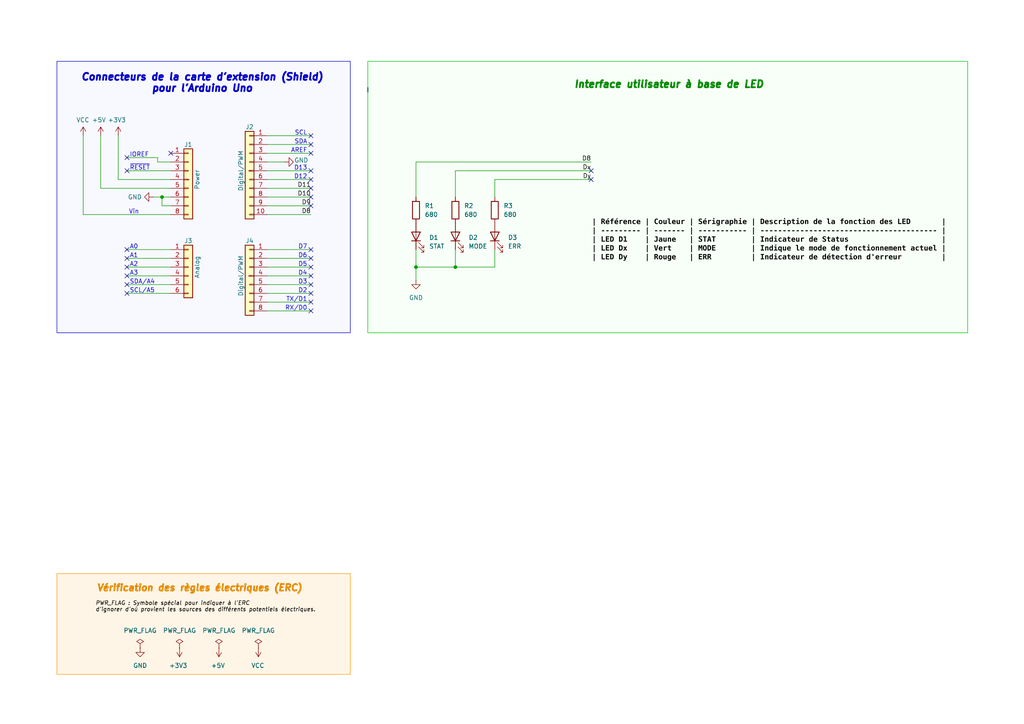
<source format=kicad_sch>
(kicad_sch
	(version 20250114)
	(generator "eeschema")
	(generator_version "9.0")
	(uuid "e63e39d7-6ac0-4ffd-8aa3-1841a4541b55")
	(paper "A4")
	(title_block
		(title "KiCad Shield UNO 4 LED")
		(date "2024-09-01")
		(rev "1.0.0")
		(company "CNRS - Réseau des Electroniciens et Instrumentalistes (RdE)")
		(comment 1 "Arnauld BIGANZOLI <biganzoli@laplace.univ-tlse.fr>")
		(comment 2 "Opérateur CAO :")
		(comment 4 "Réalisation d'une shield 4 LED pour Arduino Uno")
	)
	(lib_symbols
		(symbol "Connector_Generic:Conn_01x06"
			(pin_names
				(offset 1.016)
				(hide yes)
			)
			(exclude_from_sim no)
			(in_bom yes)
			(on_board yes)
			(property "Reference" "J"
				(at 0 7.62 0)
				(effects
					(font
						(size 1.27 1.27)
					)
				)
			)
			(property "Value" "Conn_01x06"
				(at 0 -10.16 0)
				(effects
					(font
						(size 1.27 1.27)
					)
				)
			)
			(property "Footprint" ""
				(at 0 0 0)
				(effects
					(font
						(size 1.27 1.27)
					)
					(hide yes)
				)
			)
			(property "Datasheet" "~"
				(at 0 0 0)
				(effects
					(font
						(size 1.27 1.27)
					)
					(hide yes)
				)
			)
			(property "Description" "Generic connector, single row, 01x06, script generated (kicad-library-utils/schlib/autogen/connector/)"
				(at 0 0 0)
				(effects
					(font
						(size 1.27 1.27)
					)
					(hide yes)
				)
			)
			(property "ki_keywords" "connector"
				(at 0 0 0)
				(effects
					(font
						(size 1.27 1.27)
					)
					(hide yes)
				)
			)
			(property "ki_fp_filters" "Connector*:*_1x??_*"
				(at 0 0 0)
				(effects
					(font
						(size 1.27 1.27)
					)
					(hide yes)
				)
			)
			(symbol "Conn_01x06_1_1"
				(rectangle
					(start -1.27 6.35)
					(end 1.27 -8.89)
					(stroke
						(width 0.254)
						(type default)
					)
					(fill
						(type background)
					)
				)
				(rectangle
					(start -1.27 5.207)
					(end 0 4.953)
					(stroke
						(width 0.1524)
						(type default)
					)
					(fill
						(type none)
					)
				)
				(rectangle
					(start -1.27 2.667)
					(end 0 2.413)
					(stroke
						(width 0.1524)
						(type default)
					)
					(fill
						(type none)
					)
				)
				(rectangle
					(start -1.27 0.127)
					(end 0 -0.127)
					(stroke
						(width 0.1524)
						(type default)
					)
					(fill
						(type none)
					)
				)
				(rectangle
					(start -1.27 -2.413)
					(end 0 -2.667)
					(stroke
						(width 0.1524)
						(type default)
					)
					(fill
						(type none)
					)
				)
				(rectangle
					(start -1.27 -4.953)
					(end 0 -5.207)
					(stroke
						(width 0.1524)
						(type default)
					)
					(fill
						(type none)
					)
				)
				(rectangle
					(start -1.27 -7.493)
					(end 0 -7.747)
					(stroke
						(width 0.1524)
						(type default)
					)
					(fill
						(type none)
					)
				)
				(pin passive line
					(at -5.08 5.08 0)
					(length 3.81)
					(name "Pin_1"
						(effects
							(font
								(size 1.27 1.27)
							)
						)
					)
					(number "1"
						(effects
							(font
								(size 1.27 1.27)
							)
						)
					)
				)
				(pin passive line
					(at -5.08 2.54 0)
					(length 3.81)
					(name "Pin_2"
						(effects
							(font
								(size 1.27 1.27)
							)
						)
					)
					(number "2"
						(effects
							(font
								(size 1.27 1.27)
							)
						)
					)
				)
				(pin passive line
					(at -5.08 0 0)
					(length 3.81)
					(name "Pin_3"
						(effects
							(font
								(size 1.27 1.27)
							)
						)
					)
					(number "3"
						(effects
							(font
								(size 1.27 1.27)
							)
						)
					)
				)
				(pin passive line
					(at -5.08 -2.54 0)
					(length 3.81)
					(name "Pin_4"
						(effects
							(font
								(size 1.27 1.27)
							)
						)
					)
					(number "4"
						(effects
							(font
								(size 1.27 1.27)
							)
						)
					)
				)
				(pin passive line
					(at -5.08 -5.08 0)
					(length 3.81)
					(name "Pin_5"
						(effects
							(font
								(size 1.27 1.27)
							)
						)
					)
					(number "5"
						(effects
							(font
								(size 1.27 1.27)
							)
						)
					)
				)
				(pin passive line
					(at -5.08 -7.62 0)
					(length 3.81)
					(name "Pin_6"
						(effects
							(font
								(size 1.27 1.27)
							)
						)
					)
					(number "6"
						(effects
							(font
								(size 1.27 1.27)
							)
						)
					)
				)
			)
			(embedded_fonts no)
		)
		(symbol "Connector_Generic:Conn_01x08"
			(pin_names
				(offset 1.016)
				(hide yes)
			)
			(exclude_from_sim no)
			(in_bom yes)
			(on_board yes)
			(property "Reference" "J"
				(at 0 10.16 0)
				(effects
					(font
						(size 1.27 1.27)
					)
				)
			)
			(property "Value" "Conn_01x08"
				(at 0 -12.7 0)
				(effects
					(font
						(size 1.27 1.27)
					)
				)
			)
			(property "Footprint" ""
				(at 0 0 0)
				(effects
					(font
						(size 1.27 1.27)
					)
					(hide yes)
				)
			)
			(property "Datasheet" "~"
				(at 0 0 0)
				(effects
					(font
						(size 1.27 1.27)
					)
					(hide yes)
				)
			)
			(property "Description" "Generic connector, single row, 01x08, script generated (kicad-library-utils/schlib/autogen/connector/)"
				(at 0 0 0)
				(effects
					(font
						(size 1.27 1.27)
					)
					(hide yes)
				)
			)
			(property "ki_keywords" "connector"
				(at 0 0 0)
				(effects
					(font
						(size 1.27 1.27)
					)
					(hide yes)
				)
			)
			(property "ki_fp_filters" "Connector*:*_1x??_*"
				(at 0 0 0)
				(effects
					(font
						(size 1.27 1.27)
					)
					(hide yes)
				)
			)
			(symbol "Conn_01x08_1_1"
				(rectangle
					(start -1.27 8.89)
					(end 1.27 -11.43)
					(stroke
						(width 0.254)
						(type default)
					)
					(fill
						(type background)
					)
				)
				(rectangle
					(start -1.27 7.747)
					(end 0 7.493)
					(stroke
						(width 0.1524)
						(type default)
					)
					(fill
						(type none)
					)
				)
				(rectangle
					(start -1.27 5.207)
					(end 0 4.953)
					(stroke
						(width 0.1524)
						(type default)
					)
					(fill
						(type none)
					)
				)
				(rectangle
					(start -1.27 2.667)
					(end 0 2.413)
					(stroke
						(width 0.1524)
						(type default)
					)
					(fill
						(type none)
					)
				)
				(rectangle
					(start -1.27 0.127)
					(end 0 -0.127)
					(stroke
						(width 0.1524)
						(type default)
					)
					(fill
						(type none)
					)
				)
				(rectangle
					(start -1.27 -2.413)
					(end 0 -2.667)
					(stroke
						(width 0.1524)
						(type default)
					)
					(fill
						(type none)
					)
				)
				(rectangle
					(start -1.27 -4.953)
					(end 0 -5.207)
					(stroke
						(width 0.1524)
						(type default)
					)
					(fill
						(type none)
					)
				)
				(rectangle
					(start -1.27 -7.493)
					(end 0 -7.747)
					(stroke
						(width 0.1524)
						(type default)
					)
					(fill
						(type none)
					)
				)
				(rectangle
					(start -1.27 -10.033)
					(end 0 -10.287)
					(stroke
						(width 0.1524)
						(type default)
					)
					(fill
						(type none)
					)
				)
				(pin passive line
					(at -5.08 7.62 0)
					(length 3.81)
					(name "Pin_1"
						(effects
							(font
								(size 1.27 1.27)
							)
						)
					)
					(number "1"
						(effects
							(font
								(size 1.27 1.27)
							)
						)
					)
				)
				(pin passive line
					(at -5.08 5.08 0)
					(length 3.81)
					(name "Pin_2"
						(effects
							(font
								(size 1.27 1.27)
							)
						)
					)
					(number "2"
						(effects
							(font
								(size 1.27 1.27)
							)
						)
					)
				)
				(pin passive line
					(at -5.08 2.54 0)
					(length 3.81)
					(name "Pin_3"
						(effects
							(font
								(size 1.27 1.27)
							)
						)
					)
					(number "3"
						(effects
							(font
								(size 1.27 1.27)
							)
						)
					)
				)
				(pin passive line
					(at -5.08 0 0)
					(length 3.81)
					(name "Pin_4"
						(effects
							(font
								(size 1.27 1.27)
							)
						)
					)
					(number "4"
						(effects
							(font
								(size 1.27 1.27)
							)
						)
					)
				)
				(pin passive line
					(at -5.08 -2.54 0)
					(length 3.81)
					(name "Pin_5"
						(effects
							(font
								(size 1.27 1.27)
							)
						)
					)
					(number "5"
						(effects
							(font
								(size 1.27 1.27)
							)
						)
					)
				)
				(pin passive line
					(at -5.08 -5.08 0)
					(length 3.81)
					(name "Pin_6"
						(effects
							(font
								(size 1.27 1.27)
							)
						)
					)
					(number "6"
						(effects
							(font
								(size 1.27 1.27)
							)
						)
					)
				)
				(pin passive line
					(at -5.08 -7.62 0)
					(length 3.81)
					(name "Pin_7"
						(effects
							(font
								(size 1.27 1.27)
							)
						)
					)
					(number "7"
						(effects
							(font
								(size 1.27 1.27)
							)
						)
					)
				)
				(pin passive line
					(at -5.08 -10.16 0)
					(length 3.81)
					(name "Pin_8"
						(effects
							(font
								(size 1.27 1.27)
							)
						)
					)
					(number "8"
						(effects
							(font
								(size 1.27 1.27)
							)
						)
					)
				)
			)
			(embedded_fonts no)
		)
		(symbol "Connector_Generic:Conn_01x10"
			(pin_names
				(offset 1.016)
				(hide yes)
			)
			(exclude_from_sim no)
			(in_bom yes)
			(on_board yes)
			(property "Reference" "J"
				(at 0 12.7 0)
				(effects
					(font
						(size 1.27 1.27)
					)
				)
			)
			(property "Value" "Conn_01x10"
				(at 0 -15.24 0)
				(effects
					(font
						(size 1.27 1.27)
					)
				)
			)
			(property "Footprint" ""
				(at 0 0 0)
				(effects
					(font
						(size 1.27 1.27)
					)
					(hide yes)
				)
			)
			(property "Datasheet" "~"
				(at 0 0 0)
				(effects
					(font
						(size 1.27 1.27)
					)
					(hide yes)
				)
			)
			(property "Description" "Generic connector, single row, 01x10, script generated (kicad-library-utils/schlib/autogen/connector/)"
				(at 0 0 0)
				(effects
					(font
						(size 1.27 1.27)
					)
					(hide yes)
				)
			)
			(property "ki_keywords" "connector"
				(at 0 0 0)
				(effects
					(font
						(size 1.27 1.27)
					)
					(hide yes)
				)
			)
			(property "ki_fp_filters" "Connector*:*_1x??_*"
				(at 0 0 0)
				(effects
					(font
						(size 1.27 1.27)
					)
					(hide yes)
				)
			)
			(symbol "Conn_01x10_1_1"
				(rectangle
					(start -1.27 11.43)
					(end 1.27 -13.97)
					(stroke
						(width 0.254)
						(type default)
					)
					(fill
						(type background)
					)
				)
				(rectangle
					(start -1.27 10.287)
					(end 0 10.033)
					(stroke
						(width 0.1524)
						(type default)
					)
					(fill
						(type none)
					)
				)
				(rectangle
					(start -1.27 7.747)
					(end 0 7.493)
					(stroke
						(width 0.1524)
						(type default)
					)
					(fill
						(type none)
					)
				)
				(rectangle
					(start -1.27 5.207)
					(end 0 4.953)
					(stroke
						(width 0.1524)
						(type default)
					)
					(fill
						(type none)
					)
				)
				(rectangle
					(start -1.27 2.667)
					(end 0 2.413)
					(stroke
						(width 0.1524)
						(type default)
					)
					(fill
						(type none)
					)
				)
				(rectangle
					(start -1.27 0.127)
					(end 0 -0.127)
					(stroke
						(width 0.1524)
						(type default)
					)
					(fill
						(type none)
					)
				)
				(rectangle
					(start -1.27 -2.413)
					(end 0 -2.667)
					(stroke
						(width 0.1524)
						(type default)
					)
					(fill
						(type none)
					)
				)
				(rectangle
					(start -1.27 -4.953)
					(end 0 -5.207)
					(stroke
						(width 0.1524)
						(type default)
					)
					(fill
						(type none)
					)
				)
				(rectangle
					(start -1.27 -7.493)
					(end 0 -7.747)
					(stroke
						(width 0.1524)
						(type default)
					)
					(fill
						(type none)
					)
				)
				(rectangle
					(start -1.27 -10.033)
					(end 0 -10.287)
					(stroke
						(width 0.1524)
						(type default)
					)
					(fill
						(type none)
					)
				)
				(rectangle
					(start -1.27 -12.573)
					(end 0 -12.827)
					(stroke
						(width 0.1524)
						(type default)
					)
					(fill
						(type none)
					)
				)
				(pin passive line
					(at -5.08 10.16 0)
					(length 3.81)
					(name "Pin_1"
						(effects
							(font
								(size 1.27 1.27)
							)
						)
					)
					(number "1"
						(effects
							(font
								(size 1.27 1.27)
							)
						)
					)
				)
				(pin passive line
					(at -5.08 7.62 0)
					(length 3.81)
					(name "Pin_2"
						(effects
							(font
								(size 1.27 1.27)
							)
						)
					)
					(number "2"
						(effects
							(font
								(size 1.27 1.27)
							)
						)
					)
				)
				(pin passive line
					(at -5.08 5.08 0)
					(length 3.81)
					(name "Pin_3"
						(effects
							(font
								(size 1.27 1.27)
							)
						)
					)
					(number "3"
						(effects
							(font
								(size 1.27 1.27)
							)
						)
					)
				)
				(pin passive line
					(at -5.08 2.54 0)
					(length 3.81)
					(name "Pin_4"
						(effects
							(font
								(size 1.27 1.27)
							)
						)
					)
					(number "4"
						(effects
							(font
								(size 1.27 1.27)
							)
						)
					)
				)
				(pin passive line
					(at -5.08 0 0)
					(length 3.81)
					(name "Pin_5"
						(effects
							(font
								(size 1.27 1.27)
							)
						)
					)
					(number "5"
						(effects
							(font
								(size 1.27 1.27)
							)
						)
					)
				)
				(pin passive line
					(at -5.08 -2.54 0)
					(length 3.81)
					(name "Pin_6"
						(effects
							(font
								(size 1.27 1.27)
							)
						)
					)
					(number "6"
						(effects
							(font
								(size 1.27 1.27)
							)
						)
					)
				)
				(pin passive line
					(at -5.08 -5.08 0)
					(length 3.81)
					(name "Pin_7"
						(effects
							(font
								(size 1.27 1.27)
							)
						)
					)
					(number "7"
						(effects
							(font
								(size 1.27 1.27)
							)
						)
					)
				)
				(pin passive line
					(at -5.08 -7.62 0)
					(length 3.81)
					(name "Pin_8"
						(effects
							(font
								(size 1.27 1.27)
							)
						)
					)
					(number "8"
						(effects
							(font
								(size 1.27 1.27)
							)
						)
					)
				)
				(pin passive line
					(at -5.08 -10.16 0)
					(length 3.81)
					(name "Pin_9"
						(effects
							(font
								(size 1.27 1.27)
							)
						)
					)
					(number "9"
						(effects
							(font
								(size 1.27 1.27)
							)
						)
					)
				)
				(pin passive line
					(at -5.08 -12.7 0)
					(length 3.81)
					(name "Pin_10"
						(effects
							(font
								(size 1.27 1.27)
							)
						)
					)
					(number "10"
						(effects
							(font
								(size 1.27 1.27)
							)
						)
					)
				)
			)
			(embedded_fonts no)
		)
		(symbol "Device:LED"
			(pin_numbers
				(hide yes)
			)
			(pin_names
				(offset 1.016)
				(hide yes)
			)
			(exclude_from_sim no)
			(in_bom yes)
			(on_board yes)
			(property "Reference" "D"
				(at 0 2.54 0)
				(effects
					(font
						(size 1.27 1.27)
					)
				)
			)
			(property "Value" "LED"
				(at 0 -2.54 0)
				(effects
					(font
						(size 1.27 1.27)
					)
				)
			)
			(property "Footprint" ""
				(at 0 0 0)
				(effects
					(font
						(size 1.27 1.27)
					)
					(hide yes)
				)
			)
			(property "Datasheet" "~"
				(at 0 0 0)
				(effects
					(font
						(size 1.27 1.27)
					)
					(hide yes)
				)
			)
			(property "Description" "Light emitting diode"
				(at 0 0 0)
				(effects
					(font
						(size 1.27 1.27)
					)
					(hide yes)
				)
			)
			(property "Sim.Pins" "1=K 2=A"
				(at 0 0 0)
				(effects
					(font
						(size 1.27 1.27)
					)
					(hide yes)
				)
			)
			(property "ki_keywords" "LED diode"
				(at 0 0 0)
				(effects
					(font
						(size 1.27 1.27)
					)
					(hide yes)
				)
			)
			(property "ki_fp_filters" "LED* LED_SMD:* LED_THT:*"
				(at 0 0 0)
				(effects
					(font
						(size 1.27 1.27)
					)
					(hide yes)
				)
			)
			(symbol "LED_0_1"
				(polyline
					(pts
						(xy -3.048 -0.762) (xy -4.572 -2.286) (xy -3.81 -2.286) (xy -4.572 -2.286) (xy -4.572 -1.524)
					)
					(stroke
						(width 0)
						(type default)
					)
					(fill
						(type none)
					)
				)
				(polyline
					(pts
						(xy -1.778 -0.762) (xy -3.302 -2.286) (xy -2.54 -2.286) (xy -3.302 -2.286) (xy -3.302 -1.524)
					)
					(stroke
						(width 0)
						(type default)
					)
					(fill
						(type none)
					)
				)
				(polyline
					(pts
						(xy -1.27 0) (xy 1.27 0)
					)
					(stroke
						(width 0)
						(type default)
					)
					(fill
						(type none)
					)
				)
				(polyline
					(pts
						(xy -1.27 -1.27) (xy -1.27 1.27)
					)
					(stroke
						(width 0.254)
						(type default)
					)
					(fill
						(type none)
					)
				)
				(polyline
					(pts
						(xy 1.27 -1.27) (xy 1.27 1.27) (xy -1.27 0) (xy 1.27 -1.27)
					)
					(stroke
						(width 0.254)
						(type default)
					)
					(fill
						(type none)
					)
				)
			)
			(symbol "LED_1_1"
				(pin passive line
					(at -3.81 0 0)
					(length 2.54)
					(name "K"
						(effects
							(font
								(size 1.27 1.27)
							)
						)
					)
					(number "1"
						(effects
							(font
								(size 1.27 1.27)
							)
						)
					)
				)
				(pin passive line
					(at 3.81 0 180)
					(length 2.54)
					(name "A"
						(effects
							(font
								(size 1.27 1.27)
							)
						)
					)
					(number "2"
						(effects
							(font
								(size 1.27 1.27)
							)
						)
					)
				)
			)
			(embedded_fonts no)
		)
		(symbol "Device:R"
			(pin_numbers
				(hide yes)
			)
			(pin_names
				(offset 0)
			)
			(exclude_from_sim no)
			(in_bom yes)
			(on_board yes)
			(property "Reference" "R"
				(at 2.032 0 90)
				(effects
					(font
						(size 1.27 1.27)
					)
				)
			)
			(property "Value" "R"
				(at 0 0 90)
				(effects
					(font
						(size 1.27 1.27)
					)
				)
			)
			(property "Footprint" ""
				(at -1.778 0 90)
				(effects
					(font
						(size 1.27 1.27)
					)
					(hide yes)
				)
			)
			(property "Datasheet" "~"
				(at 0 0 0)
				(effects
					(font
						(size 1.27 1.27)
					)
					(hide yes)
				)
			)
			(property "Description" "Resistor"
				(at 0 0 0)
				(effects
					(font
						(size 1.27 1.27)
					)
					(hide yes)
				)
			)
			(property "ki_keywords" "R res resistor"
				(at 0 0 0)
				(effects
					(font
						(size 1.27 1.27)
					)
					(hide yes)
				)
			)
			(property "ki_fp_filters" "R_*"
				(at 0 0 0)
				(effects
					(font
						(size 1.27 1.27)
					)
					(hide yes)
				)
			)
			(symbol "R_0_1"
				(rectangle
					(start -1.016 -2.54)
					(end 1.016 2.54)
					(stroke
						(width 0.254)
						(type default)
					)
					(fill
						(type none)
					)
				)
			)
			(symbol "R_1_1"
				(pin passive line
					(at 0 3.81 270)
					(length 1.27)
					(name "~"
						(effects
							(font
								(size 1.27 1.27)
							)
						)
					)
					(number "1"
						(effects
							(font
								(size 1.27 1.27)
							)
						)
					)
				)
				(pin passive line
					(at 0 -3.81 90)
					(length 1.27)
					(name "~"
						(effects
							(font
								(size 1.27 1.27)
							)
						)
					)
					(number "2"
						(effects
							(font
								(size 1.27 1.27)
							)
						)
					)
				)
			)
			(embedded_fonts no)
		)
		(symbol "power:+3V3"
			(power)
			(pin_numbers
				(hide yes)
			)
			(pin_names
				(offset 0)
				(hide yes)
			)
			(exclude_from_sim no)
			(in_bom yes)
			(on_board yes)
			(property "Reference" "#PWR"
				(at 0 -3.81 0)
				(effects
					(font
						(size 1.27 1.27)
					)
					(hide yes)
				)
			)
			(property "Value" "+3V3"
				(at 0 3.556 0)
				(effects
					(font
						(size 1.27 1.27)
					)
				)
			)
			(property "Footprint" ""
				(at 0 0 0)
				(effects
					(font
						(size 1.27 1.27)
					)
					(hide yes)
				)
			)
			(property "Datasheet" ""
				(at 0 0 0)
				(effects
					(font
						(size 1.27 1.27)
					)
					(hide yes)
				)
			)
			(property "Description" "Power symbol creates a global label with name \"+3V3\""
				(at 0 0 0)
				(effects
					(font
						(size 1.27 1.27)
					)
					(hide yes)
				)
			)
			(property "ki_keywords" "global power"
				(at 0 0 0)
				(effects
					(font
						(size 1.27 1.27)
					)
					(hide yes)
				)
			)
			(symbol "+3V3_0_1"
				(polyline
					(pts
						(xy -0.762 1.27) (xy 0 2.54)
					)
					(stroke
						(width 0)
						(type default)
					)
					(fill
						(type none)
					)
				)
				(polyline
					(pts
						(xy 0 2.54) (xy 0.762 1.27)
					)
					(stroke
						(width 0)
						(type default)
					)
					(fill
						(type none)
					)
				)
				(polyline
					(pts
						(xy 0 0) (xy 0 2.54)
					)
					(stroke
						(width 0)
						(type default)
					)
					(fill
						(type none)
					)
				)
			)
			(symbol "+3V3_1_1"
				(pin power_in line
					(at 0 0 90)
					(length 0)
					(name "~"
						(effects
							(font
								(size 1.27 1.27)
							)
						)
					)
					(number "1"
						(effects
							(font
								(size 1.27 1.27)
							)
						)
					)
				)
			)
			(embedded_fonts no)
		)
		(symbol "power:+5V"
			(power)
			(pin_numbers
				(hide yes)
			)
			(pin_names
				(offset 0)
				(hide yes)
			)
			(exclude_from_sim no)
			(in_bom yes)
			(on_board yes)
			(property "Reference" "#PWR"
				(at 0 -3.81 0)
				(effects
					(font
						(size 1.27 1.27)
					)
					(hide yes)
				)
			)
			(property "Value" "+5V"
				(at 0 3.556 0)
				(effects
					(font
						(size 1.27 1.27)
					)
				)
			)
			(property "Footprint" ""
				(at 0 0 0)
				(effects
					(font
						(size 1.27 1.27)
					)
					(hide yes)
				)
			)
			(property "Datasheet" ""
				(at 0 0 0)
				(effects
					(font
						(size 1.27 1.27)
					)
					(hide yes)
				)
			)
			(property "Description" "Power symbol creates a global label with name \"+5V\""
				(at 0 0 0)
				(effects
					(font
						(size 1.27 1.27)
					)
					(hide yes)
				)
			)
			(property "ki_keywords" "global power"
				(at 0 0 0)
				(effects
					(font
						(size 1.27 1.27)
					)
					(hide yes)
				)
			)
			(symbol "+5V_0_1"
				(polyline
					(pts
						(xy -0.762 1.27) (xy 0 2.54)
					)
					(stroke
						(width 0)
						(type default)
					)
					(fill
						(type none)
					)
				)
				(polyline
					(pts
						(xy 0 2.54) (xy 0.762 1.27)
					)
					(stroke
						(width 0)
						(type default)
					)
					(fill
						(type none)
					)
				)
				(polyline
					(pts
						(xy 0 0) (xy 0 2.54)
					)
					(stroke
						(width 0)
						(type default)
					)
					(fill
						(type none)
					)
				)
			)
			(symbol "+5V_1_1"
				(pin power_in line
					(at 0 0 90)
					(length 0)
					(name "~"
						(effects
							(font
								(size 1.27 1.27)
							)
						)
					)
					(number "1"
						(effects
							(font
								(size 1.27 1.27)
							)
						)
					)
				)
			)
			(embedded_fonts no)
		)
		(symbol "power:GND"
			(power)
			(pin_numbers
				(hide yes)
			)
			(pin_names
				(offset 0)
				(hide yes)
			)
			(exclude_from_sim no)
			(in_bom yes)
			(on_board yes)
			(property "Reference" "#PWR"
				(at 0 -6.35 0)
				(effects
					(font
						(size 1.27 1.27)
					)
					(hide yes)
				)
			)
			(property "Value" "GND"
				(at 0 -3.81 0)
				(effects
					(font
						(size 1.27 1.27)
					)
				)
			)
			(property "Footprint" ""
				(at 0 0 0)
				(effects
					(font
						(size 1.27 1.27)
					)
					(hide yes)
				)
			)
			(property "Datasheet" ""
				(at 0 0 0)
				(effects
					(font
						(size 1.27 1.27)
					)
					(hide yes)
				)
			)
			(property "Description" "Power symbol creates a global label with name \"GND\" , ground"
				(at 0 0 0)
				(effects
					(font
						(size 1.27 1.27)
					)
					(hide yes)
				)
			)
			(property "ki_keywords" "global power"
				(at 0 0 0)
				(effects
					(font
						(size 1.27 1.27)
					)
					(hide yes)
				)
			)
			(symbol "GND_0_1"
				(polyline
					(pts
						(xy 0 0) (xy 0 -1.27) (xy 1.27 -1.27) (xy 0 -2.54) (xy -1.27 -1.27) (xy 0 -1.27)
					)
					(stroke
						(width 0)
						(type default)
					)
					(fill
						(type none)
					)
				)
			)
			(symbol "GND_1_1"
				(pin power_in line
					(at 0 0 270)
					(length 0)
					(name "~"
						(effects
							(font
								(size 1.27 1.27)
							)
						)
					)
					(number "1"
						(effects
							(font
								(size 1.27 1.27)
							)
						)
					)
				)
			)
			(embedded_fonts no)
		)
		(symbol "power:PWR_FLAG"
			(power)
			(pin_numbers
				(hide yes)
			)
			(pin_names
				(offset 0)
				(hide yes)
			)
			(exclude_from_sim no)
			(in_bom yes)
			(on_board yes)
			(property "Reference" "#FLG"
				(at 0 1.905 0)
				(effects
					(font
						(size 1.27 1.27)
					)
					(hide yes)
				)
			)
			(property "Value" "PWR_FLAG"
				(at 0 3.81 0)
				(effects
					(font
						(size 1.27 1.27)
					)
				)
			)
			(property "Footprint" ""
				(at 0 0 0)
				(effects
					(font
						(size 1.27 1.27)
					)
					(hide yes)
				)
			)
			(property "Datasheet" "~"
				(at 0 0 0)
				(effects
					(font
						(size 1.27 1.27)
					)
					(hide yes)
				)
			)
			(property "Description" "Special symbol for telling ERC where power comes from"
				(at 0 0 0)
				(effects
					(font
						(size 1.27 1.27)
					)
					(hide yes)
				)
			)
			(property "ki_keywords" "flag power"
				(at 0 0 0)
				(effects
					(font
						(size 1.27 1.27)
					)
					(hide yes)
				)
			)
			(symbol "PWR_FLAG_0_0"
				(pin power_out line
					(at 0 0 90)
					(length 0)
					(name "~"
						(effects
							(font
								(size 1.27 1.27)
							)
						)
					)
					(number "1"
						(effects
							(font
								(size 1.27 1.27)
							)
						)
					)
				)
			)
			(symbol "PWR_FLAG_0_1"
				(polyline
					(pts
						(xy 0 0) (xy 0 1.27) (xy -1.016 1.905) (xy 0 2.54) (xy 1.016 1.905) (xy 0 1.27)
					)
					(stroke
						(width 0)
						(type default)
					)
					(fill
						(type none)
					)
				)
			)
			(embedded_fonts no)
		)
		(symbol "power:VCC"
			(power)
			(pin_numbers
				(hide yes)
			)
			(pin_names
				(offset 0)
				(hide yes)
			)
			(exclude_from_sim no)
			(in_bom yes)
			(on_board yes)
			(property "Reference" "#PWR"
				(at 0 -3.81 0)
				(effects
					(font
						(size 1.27 1.27)
					)
					(hide yes)
				)
			)
			(property "Value" "VCC"
				(at 0 3.556 0)
				(effects
					(font
						(size 1.27 1.27)
					)
				)
			)
			(property "Footprint" ""
				(at 0 0 0)
				(effects
					(font
						(size 1.27 1.27)
					)
					(hide yes)
				)
			)
			(property "Datasheet" ""
				(at 0 0 0)
				(effects
					(font
						(size 1.27 1.27)
					)
					(hide yes)
				)
			)
			(property "Description" "Power symbol creates a global label with name \"VCC\""
				(at 0 0 0)
				(effects
					(font
						(size 1.27 1.27)
					)
					(hide yes)
				)
			)
			(property "ki_keywords" "global power"
				(at 0 0 0)
				(effects
					(font
						(size 1.27 1.27)
					)
					(hide yes)
				)
			)
			(symbol "VCC_0_1"
				(polyline
					(pts
						(xy -0.762 1.27) (xy 0 2.54)
					)
					(stroke
						(width 0)
						(type default)
					)
					(fill
						(type none)
					)
				)
				(polyline
					(pts
						(xy 0 2.54) (xy 0.762 1.27)
					)
					(stroke
						(width 0)
						(type default)
					)
					(fill
						(type none)
					)
				)
				(polyline
					(pts
						(xy 0 0) (xy 0 2.54)
					)
					(stroke
						(width 0)
						(type default)
					)
					(fill
						(type none)
					)
				)
			)
			(symbol "VCC_1_1"
				(pin power_in line
					(at 0 0 90)
					(length 0)
					(name "~"
						(effects
							(font
								(size 1.27 1.27)
							)
						)
					)
					(number "1"
						(effects
							(font
								(size 1.27 1.27)
							)
						)
					)
				)
			)
			(embedded_fonts no)
		)
	)
	(rectangle
		(start 16.51 17.78)
		(end 101.6 96.52)
		(stroke
			(width 0)
			(type default)
		)
		(fill
			(type color)
			(color 0 0 255 0.03)
		)
		(uuid 4bcf2e0f-f94b-4791-aed4-31611c5dd1a3)
	)
	(rectangle
		(start 106.68 17.78)
		(end 280.67 96.52)
		(stroke
			(width 0)
			(type default)
			(color 0 194 0 1)
		)
		(fill
			(type color)
			(color 0 255 0 0.03)
		)
		(uuid 72c31ad6-f209-4bf1-9342-04efc6956c85)
	)
	(rectangle
		(start 16.51 166.37)
		(end 101.6 195.58)
		(stroke
			(width 0)
			(type default)
			(color 255 153 0 1)
		)
		(fill
			(type color)
			(color 255 153 0 0.1)
		)
		(uuid d0f0c0ac-64c8-49fd-a2d0-6a67fd238a2e)
	)
	(text "AREF"
		(exclude_from_sim no)
		(at 89.154 44.45 0)
		(effects
			(font
				(size 1.27 1.27)
			)
			(justify right bottom)
		)
		(uuid "01095b05-64f8-40f9-8d0f-cf15466c4c6a")
	)
	(text "SDA/A4"
		(exclude_from_sim no)
		(at 37.592 82.55 0)
		(effects
			(font
				(size 1.27 1.27)
			)
			(justify left bottom)
		)
		(uuid "0874cc09-608d-40e7-a98b-01199b53847c")
	)
	(text "D12"
		(exclude_from_sim no)
		(at 89.154 52.07 0)
		(effects
			(font
				(size 1.27 1.27)
			)
			(justify right bottom)
		)
		(uuid "0d4e3e9a-6a1f-43f0-b0e5-cb00ba5f9b3c")
	)
	(text "D4"
		(exclude_from_sim no)
		(at 89.154 80.01 0)
		(effects
			(font
				(size 1.27 1.27)
			)
			(justify right bottom)
		)
		(uuid "122d38d2-9e95-41cc-b4b5-d45198fb5132")
	)
	(text "~"
		(exclude_from_sim no)
		(at 81.534 53.594 0)
		(effects
			(font
				(size 1.27 1.27)
				(thickness 0.254)
				(bold yes)
			)
		)
		(uuid "17f24876-21ab-40b5-980a-15d26390d266")
	)
	(text "~{RESET}"
		(exclude_from_sim no)
		(at 37.592 49.53 0)
		(effects
			(font
				(size 1.27 1.27)
			)
			(justify left bottom)
		)
		(uuid "1962bb5f-435a-44a9-8f2c-6f1e988aee2e")
	)
	(text "RX/D0"
		(exclude_from_sim no)
		(at 89.154 90.17 0)
		(effects
			(font
				(size 1.27 1.27)
			)
			(justify right bottom)
		)
		(uuid "1c406cea-dddf-4356-a003-459f2dd185f8")
	)
	(text "TX/D1"
		(exclude_from_sim no)
		(at 89.154 87.63 0)
		(effects
			(font
				(size 1.27 1.27)
			)
			(justify right bottom)
		)
		(uuid "33558f2a-2d50-4347-87e4-7e9f0a2d1afe")
	)
	(text "D13"
		(exclude_from_sim no)
		(at 89.154 49.53 0)
		(effects
			(font
				(size 1.27 1.27)
			)
			(justify right bottom)
		)
		(uuid "35132276-ee99-413f-8afe-1ba8cae39bc2")
	)
	(text "Vin"
		(exclude_from_sim no)
		(at 37.338 62.23 0)
		(effects
			(font
				(size 1.27 1.27)
			)
			(justify left bottom)
		)
		(uuid "5d9cb693-6c00-44e9-bf6b-dbc2eae1adb0")
	)
	(text "SDA"
		(exclude_from_sim no)
		(at 89.154 41.91 0)
		(effects
			(font
				(size 1.27 1.27)
			)
			(justify right bottom)
		)
		(uuid "624f1770-7558-45d6-960a-e043e996d935")
	)
	(text "D6"
		(exclude_from_sim no)
		(at 89.154 74.93 0)
		(effects
			(font
				(size 1.27 1.27)
			)
			(justify right bottom)
		)
		(uuid "6a6fdade-a1aa-4c6d-b967-d586cfcac939")
	)
	(text "D2"
		(exclude_from_sim no)
		(at 89.154 85.09 0)
		(effects
			(font
				(size 1.27 1.27)
			)
			(justify right bottom)
		)
		(uuid "7b256cb8-be4d-4dfb-a7de-69207866d71c")
	)
	(text "A3"
		(exclude_from_sim no)
		(at 37.592 80.01 0)
		(effects
			(font
				(size 1.27 1.27)
			)
			(justify left bottom)
		)
		(uuid "81fd3177-1df3-44fe-885e-c8e1c362a0df")
	)
	(text "A2"
		(exclude_from_sim no)
		(at 37.592 77.47 0)
		(effects
			(font
				(size 1.27 1.27)
			)
			(justify left bottom)
		)
		(uuid "8362076e-72e6-4681-bd4b-725cab52e39c")
	)
	(text "Vérification des règles électriques (ERC)"
		(exclude_from_sim no)
		(at 57.912 170.688 0)
		(effects
			(font
				(size 1.905 1.905)
				(thickness 0.508)
				(bold yes)
				(italic yes)
				(color 221 133 0 1)
			)
		)
		(uuid "8474e847-bfba-4ea0-bb12-05ae0d3afcf4")
	)
	(text "Interface utilisateur à base de LED"
		(exclude_from_sim no)
		(at 194.056 24.638 0)
		(effects
			(font
				(size 2.032 2.032)
				(thickness 0.508)
				(bold yes)
				(italic yes)
				(color 0 132 0 1)
			)
		)
		(uuid "8daec32f-8b16-490a-9318-e48c06c43a47")
	)
	(text "Connecteurs de la carte d'extension (Shield)\npour l'Arduino Uno"
		(exclude_from_sim no)
		(at 58.674 24.13 0)
		(effects
			(font
				(size 2.032 2.032)
				(thickness 0.508)
				(bold yes)
				(italic yes)
			)
		)
		(uuid "9db83a55-344d-4fa1-bb99-06a524903ba6")
	)
	(text "D3"
		(exclude_from_sim no)
		(at 89.154 82.55 0)
		(effects
			(font
				(size 1.27 1.27)
			)
			(justify right bottom)
		)
		(uuid "a4af8bde-1b5c-470c-b28b-e43b771de581")
	)
	(text "D7"
		(exclude_from_sim no)
		(at 89.154 72.39 0)
		(effects
			(font
				(size 1.27 1.27)
			)
			(justify right bottom)
		)
		(uuid "b235efeb-65d7-4eff-8173-97bc86c0b429")
	)
	(text "| Référence | Couleur | Sérigraphie | Description de la fonction des LED       |\n| --------- | ------- | ----------- | ---------------------------------------- |\n| LED D1    | Jaune   | STAT        | Indicateur de Status                     |\n| LED Dx    | Vert    | MODE        | Indique le mode de fonctionnement actuel |\n| LED Dy    | Rouge   | ERR         | Indicateur de détection d'erreur         |"
		(exclude_from_sim no)
		(at 171.704 70.104 0)
		(effects
			(font
				(face "Courier New")
				(size 1.524 1.524)
				(thickness 0.3048)
				(bold yes)
				(color 0 0 0 1)
			)
			(justify left)
		)
		(uuid "b4378cc6-aeb7-4b3b-807b-7e8f18fd9479")
	)
	(text "D5"
		(exclude_from_sim no)
		(at 89.154 77.47 0)
		(effects
			(font
				(size 1.27 1.27)
			)
			(justify right bottom)
		)
		(uuid "c1123591-5e3d-4de6-945d-0066fb5dc18f")
	)
	(text "A1"
		(exclude_from_sim no)
		(at 37.592 74.93 0)
		(effects
			(font
				(size 1.27 1.27)
			)
			(justify left bottom)
		)
		(uuid "c1e9e555-63fc-420b-b4b1-ff343a3e2c8a")
	)
	(text "SCL/A5"
		(exclude_from_sim no)
		(at 37.592 85.09 0)
		(effects
			(font
				(size 1.27 1.27)
			)
			(justify left bottom)
		)
		(uuid "d628a28e-1df9-4a8a-bb4b-6b9fc932b0ed")
	)
	(text "SCL"
		(exclude_from_sim no)
		(at 89.154 39.37 0)
		(effects
			(font
				(size 1.27 1.27)
			)
			(justify right bottom)
		)
		(uuid "da098e6c-c6fe-4feb-b6da-f4bfa4001333")
	)
	(text "IOREF"
		(exclude_from_sim no)
		(at 37.592 45.72 0)
		(effects
			(font
				(size 1.27 1.27)
			)
			(justify left bottom)
		)
		(uuid "f459addb-d21d-48c0-bb45-f541f2d2aca4")
	)
	(text "A0"
		(exclude_from_sim no)
		(at 37.592 72.39 0)
		(effects
			(font
				(size 1.27 1.27)
			)
			(justify left bottom)
		)
		(uuid "f62867fc-8633-4291-9422-69d26fbcb4f1")
	)
	(text "PWR_FLAG : Symbole spécial pour indiquer à l'ERC\nd'ignorer d'où provient les sources des différents potentiels électriques."
		(exclude_from_sim no)
		(at 27.686 176.022 0)
		(effects
			(font
				(size 1.143 1.143)
				(italic yes)
				(color 0 0 0 1)
			)
			(justify left)
		)
		(uuid "fa23a90a-2f1a-4361-91ca-703e32f3735d")
	)
	(junction
		(at 46.99 57.15)
		(diameter 0)
		(color 0 0 0 0)
		(uuid "15a200ff-5710-4041-a774-7f44cfad1a3f")
	)
	(junction
		(at 120.65 77.47)
		(diameter 0)
		(color 0 0 0 0)
		(uuid "34446753-ef04-45ef-985b-dbb3c87a4852")
	)
	(junction
		(at 132.08 77.47)
		(diameter 0)
		(color 0 0 0 0)
		(uuid "7594bdd8-8d76-499a-a651-6cdb7a0a39a3")
	)
	(no_connect
		(at 90.17 77.47)
		(uuid "04e1eb50-0b77-428c-90eb-31e50c0084f0")
	)
	(no_connect
		(at 90.17 59.69)
		(uuid "059afb75-c097-4088-bbd6-cb7aa8665db6")
	)
	(no_connect
		(at 90.17 39.37)
		(uuid "0fcfb760-c3c4-4f19-b08e-66723745b1de")
	)
	(no_connect
		(at 171.45 52.07)
		(uuid "1548a7b3-6c9b-40c9-8c5d-cddb9913638b")
	)
	(no_connect
		(at 90.17 72.39)
		(uuid "155ae7b8-3aad-4605-b079-0de17c8777b5")
	)
	(no_connect
		(at 36.83 49.53)
		(uuid "1b36895d-34cf-459b-bc48-f9c03928a7a1")
	)
	(no_connect
		(at 36.83 72.39)
		(uuid "3b18aa18-3eca-46a6-b9fa-d3d0ec0f2703")
	)
	(no_connect
		(at 36.83 74.93)
		(uuid "4a6a0e7c-ff1f-43e2-8e1f-2964498c2be5")
	)
	(no_connect
		(at 90.17 90.17)
		(uuid "54d6b18b-e19a-4f7e-b8c5-bae66356d092")
	)
	(no_connect
		(at 90.17 85.09)
		(uuid "564d9034-dadf-464c-964a-498be23c97cb")
	)
	(no_connect
		(at 90.17 52.07)
		(uuid "5d17826d-5df2-48fa-8095-8a9585784132")
	)
	(no_connect
		(at 90.17 87.63)
		(uuid "62508ad5-e0f3-470e-8808-e0bf0be46744")
	)
	(no_connect
		(at 90.17 44.45)
		(uuid "69c05483-a412-4fad-84f2-0513b35079e1")
	)
	(no_connect
		(at 90.17 49.53)
		(uuid "6b77a6eb-2408-4333-8277-44d70a7cabf5")
	)
	(no_connect
		(at 90.17 54.61)
		(uuid "8c2a2cbc-3c5d-42d3-ba1f-193f766e4f86")
	)
	(no_connect
		(at 90.17 82.55)
		(uuid "8d453aad-c485-4cbc-ba39-fbca2d936872")
	)
	(no_connect
		(at 90.17 41.91)
		(uuid "b4e24044-e742-4dae-93cb-eb139c84b9c2")
	)
	(no_connect
		(at 90.17 80.01)
		(uuid "b76c87af-0b6d-47bc-8034-ce6f2669c90a")
	)
	(no_connect
		(at 36.83 45.72)
		(uuid "c0509571-2b54-47c8-8c4e-ad7d0a8f8a0f")
	)
	(no_connect
		(at 171.45 49.53)
		(uuid "c1974f62-9892-4432-9365-534df3002816")
	)
	(no_connect
		(at 36.83 85.09)
		(uuid "c6ad540b-d2b5-4794-be2e-eb667424e82f")
	)
	(no_connect
		(at 36.83 82.55)
		(uuid "cb7932fe-92af-441b-8d91-47777362f71d")
	)
	(no_connect
		(at 90.17 57.15)
		(uuid "cc228d24-5812-43ad-a185-7c4aa5589b70")
	)
	(no_connect
		(at 49.53 44.45)
		(uuid "d181157c-7812-47e5-a0cf-9580c905fc86")
	)
	(no_connect
		(at 90.17 74.93)
		(uuid "d221a07b-1871-43ea-a81d-d8a680e449e5")
	)
	(no_connect
		(at 36.83 77.47)
		(uuid "d44af39a-7330-4dc8-9c54-f055a25d92ff")
	)
	(no_connect
		(at 36.83 80.01)
		(uuid "ed022ee2-cbb9-49e7-baa4-38638b7da7e1")
	)
	(wire
		(pts
			(xy 77.47 90.17) (xy 90.17 90.17)
		)
		(stroke
			(width 0)
			(type solid)
		)
		(uuid "010ba307-2067-49d3-b0fa-6414143f3fc2")
	)
	(wire
		(pts
			(xy 132.08 77.47) (xy 120.65 77.47)
		)
		(stroke
			(width 0)
			(type default)
		)
		(uuid "03333a4b-1a37-4040-a069-57a093919f2f")
	)
	(wire
		(pts
			(xy 77.47 57.15) (xy 90.17 57.15)
		)
		(stroke
			(width 0)
			(type solid)
		)
		(uuid "09480ba4-37da-45e3-b9fe-6beebf876349")
	)
	(wire
		(pts
			(xy 77.47 39.37) (xy 90.17 39.37)
		)
		(stroke
			(width 0)
			(type solid)
		)
		(uuid "0f5d2189-4ead-42fa-8f7a-cfa3af4de132")
	)
	(wire
		(pts
			(xy 132.08 72.39) (xy 132.08 77.47)
		)
		(stroke
			(width 0)
			(type default)
		)
		(uuid "10d377ce-f520-4949-a873-5beac32d1764")
	)
	(bus
		(pts
			(xy 106.68 25.4) (xy 106.68 26.67)
		)
		(stroke
			(width 0)
			(type default)
		)
		(uuid "121b4719-61e5-4b2a-81ad-e1be14ae4ff7")
	)
	(wire
		(pts
			(xy 46.99 57.15) (xy 46.99 59.69)
		)
		(stroke
			(width 0)
			(type solid)
		)
		(uuid "1c31b835-925f-4a5c-92df-8f2558bb711b")
	)
	(wire
		(pts
			(xy 36.83 85.09) (xy 49.53 85.09)
		)
		(stroke
			(width 0)
			(type solid)
		)
		(uuid "20854542-d0b0-4be7-af02-0e5fceb34e01")
	)
	(wire
		(pts
			(xy 143.51 77.47) (xy 132.08 77.47)
		)
		(stroke
			(width 0)
			(type default)
		)
		(uuid "24bb6f9c-957a-4594-9252-149ff562ddc0")
	)
	(wire
		(pts
			(xy 171.45 52.07) (xy 143.51 52.07)
		)
		(stroke
			(width 0)
			(type default)
		)
		(uuid "2e24794d-4287-4601-a666-ea4c4ef6b11e")
	)
	(wire
		(pts
			(xy 34.29 52.07) (xy 49.53 52.07)
		)
		(stroke
			(width 0)
			(type solid)
		)
		(uuid "3334b11d-5a13-40b4-a117-d693c543e4ab")
	)
	(wire
		(pts
			(xy 29.21 54.61) (xy 49.53 54.61)
		)
		(stroke
			(width 0)
			(type solid)
		)
		(uuid "3661f80c-fef8-4441-83be-df8930b3b45e")
	)
	(wire
		(pts
			(xy 29.21 39.37) (xy 29.21 54.61)
		)
		(stroke
			(width 0)
			(type solid)
		)
		(uuid "392bf1f6-bf67-427d-8d4c-0a87cb757556")
	)
	(wire
		(pts
			(xy 171.45 49.53) (xy 132.08 49.53)
		)
		(stroke
			(width 0)
			(type default)
		)
		(uuid "39898213-a6a5-4ffe-a0a6-98e8f3e9eea5")
	)
	(wire
		(pts
			(xy 44.45 57.15) (xy 46.99 57.15)
		)
		(stroke
			(width 0)
			(type solid)
		)
		(uuid "39d01b58-ec28-41c6-9cce-11aa677115b1")
	)
	(wire
		(pts
			(xy 77.47 49.53) (xy 90.17 49.53)
		)
		(stroke
			(width 0)
			(type solid)
		)
		(uuid "4227fa6f-c399-4f14-8228-23e39d2b7e7d")
	)
	(wire
		(pts
			(xy 34.29 39.37) (xy 34.29 52.07)
		)
		(stroke
			(width 0)
			(type solid)
		)
		(uuid "442fb4de-4d55-45de-bc27-3e6222ceb890")
	)
	(wire
		(pts
			(xy 77.47 72.39) (xy 90.17 72.39)
		)
		(stroke
			(width 0)
			(type solid)
		)
		(uuid "4455ee2e-5642-42c1-a83b-f7e65fa0c2f1")
	)
	(wire
		(pts
			(xy 49.53 72.39) (xy 36.83 72.39)
		)
		(stroke
			(width 0)
			(type solid)
		)
		(uuid "486ca832-85f4-4989-b0f4-569faf9be534")
	)
	(wire
		(pts
			(xy 77.47 52.07) (xy 90.17 52.07)
		)
		(stroke
			(width 0)
			(type solid)
		)
		(uuid "4a910b57-a5cd-4105-ab4f-bde2a80d4f00")
	)
	(wire
		(pts
			(xy 77.47 74.93) (xy 90.17 74.93)
		)
		(stroke
			(width 0)
			(type solid)
		)
		(uuid "4e60e1af-19bd-45a0-b418-b7030b594dde")
	)
	(wire
		(pts
			(xy 45.72 46.99) (xy 49.53 46.99)
		)
		(stroke
			(width 0)
			(type solid)
		)
		(uuid "5b96f96b-420b-4edd-af16-97df050945c8")
	)
	(wire
		(pts
			(xy 77.47 59.69) (xy 90.17 59.69)
		)
		(stroke
			(width 0)
			(type solid)
		)
		(uuid "63f2b71b-521b-4210-bf06-ed65e330fccc")
	)
	(wire
		(pts
			(xy 77.47 80.01) (xy 90.17 80.01)
		)
		(stroke
			(width 0)
			(type solid)
		)
		(uuid "6bb3ea5f-9e60-4add-9d97-244be2cf61d2")
	)
	(wire
		(pts
			(xy 36.83 45.72) (xy 45.72 45.72)
		)
		(stroke
			(width 0)
			(type solid)
		)
		(uuid "73d4774c-1387-4550-b580-a1cc0ac89b89")
	)
	(wire
		(pts
			(xy 77.47 44.45) (xy 90.17 44.45)
		)
		(stroke
			(width 0)
			(type solid)
		)
		(uuid "8a3d35a2-f0f6-4dec-a606-7c8e288ca828")
	)
	(wire
		(pts
			(xy 49.53 77.47) (xy 36.83 77.47)
		)
		(stroke
			(width 0)
			(type solid)
		)
		(uuid "9377eb1a-3b12-438c-8ebd-f86ace1e8d25")
	)
	(wire
		(pts
			(xy 36.83 49.53) (xy 49.53 49.53)
		)
		(stroke
			(width 0)
			(type solid)
		)
		(uuid "93e52853-9d1e-4afe-aee8-b825ab9f5d09")
	)
	(wire
		(pts
			(xy 49.53 59.69) (xy 46.99 59.69)
		)
		(stroke
			(width 0)
			(type solid)
		)
		(uuid "97df9ac9-dbb8-472e-b84f-3684d0eb5efc")
	)
	(wire
		(pts
			(xy 45.72 45.72) (xy 45.72 46.99)
		)
		(stroke
			(width 0)
			(type solid)
		)
		(uuid "9a56c432-e658-4e9b-bc05-ad9fe223530c")
	)
	(wire
		(pts
			(xy 120.65 46.99) (xy 120.65 57.15)
		)
		(stroke
			(width 0)
			(type default)
		)
		(uuid "9fd31330-6f9d-4cad-a397-14e89e69b3c4")
	)
	(wire
		(pts
			(xy 143.51 52.07) (xy 143.51 57.15)
		)
		(stroke
			(width 0)
			(type default)
		)
		(uuid "a395a883-0328-420a-9efb-dd3e83a8540f")
	)
	(wire
		(pts
			(xy 49.53 62.23) (xy 24.13 62.23)
		)
		(stroke
			(width 0)
			(type solid)
		)
		(uuid "a7518f9d-05df-4211-ba17-5d615f04ec46")
	)
	(wire
		(pts
			(xy 36.83 74.93) (xy 49.53 74.93)
		)
		(stroke
			(width 0)
			(type solid)
		)
		(uuid "aab97e46-23d6-4cbf-8684-537b94306d68")
	)
	(wire
		(pts
			(xy 120.65 77.47) (xy 120.65 72.39)
		)
		(stroke
			(width 0)
			(type default)
		)
		(uuid "ae2b8ae2-359f-4370-8ff3-b345e7316092")
	)
	(wire
		(pts
			(xy 120.65 77.47) (xy 120.65 81.28)
		)
		(stroke
			(width 0)
			(type default)
		)
		(uuid "b1797d67-deed-4181-b9be-7b35ef7cc119")
	)
	(wire
		(pts
			(xy 77.47 46.99) (xy 82.55 46.99)
		)
		(stroke
			(width 0)
			(type solid)
		)
		(uuid "bcbc7302-8a54-4b9b-98b9-f277f1b20941")
	)
	(wire
		(pts
			(xy 49.53 57.15) (xy 46.99 57.15)
		)
		(stroke
			(width 0)
			(type solid)
		)
		(uuid "c12796ad-cf20-466f-9ab3-9cf441392c32")
	)
	(wire
		(pts
			(xy 77.47 54.61) (xy 90.17 54.61)
		)
		(stroke
			(width 0)
			(type solid)
		)
		(uuid "c722a1ff-12f1-49e5-88a4-44ffeb509ca2")
	)
	(wire
		(pts
			(xy 171.45 46.99) (xy 120.65 46.99)
		)
		(stroke
			(width 0)
			(type default)
		)
		(uuid "c8f25e8a-f2e8-48b9-bd6a-a109d35cdad6")
	)
	(wire
		(pts
			(xy 77.47 77.47) (xy 90.17 77.47)
		)
		(stroke
			(width 0)
			(type solid)
		)
		(uuid "cfe99980-2d98-4372-b495-04c53027340b")
	)
	(wire
		(pts
			(xy 143.51 72.39) (xy 143.51 77.47)
		)
		(stroke
			(width 0)
			(type default)
		)
		(uuid "d18870d4-4674-4a28-919b-85ab8c2c6f96")
	)
	(wire
		(pts
			(xy 36.83 80.01) (xy 49.53 80.01)
		)
		(stroke
			(width 0)
			(type solid)
		)
		(uuid "d3042136-2605-44b2-aebb-5484a9c90933")
	)
	(wire
		(pts
			(xy 77.47 41.91) (xy 90.17 41.91)
		)
		(stroke
			(width 0)
			(type solid)
		)
		(uuid "e7278977-132b-4777-9eb4-7d93363a4379")
	)
	(wire
		(pts
			(xy 77.47 85.09) (xy 90.17 85.09)
		)
		(stroke
			(width 0)
			(type solid)
		)
		(uuid "e9bdd59b-3252-4c44-a357-6fa1af0c210c")
	)
	(wire
		(pts
			(xy 77.47 82.55) (xy 90.17 82.55)
		)
		(stroke
			(width 0)
			(type solid)
		)
		(uuid "ec76dcc9-9949-4dda-bd76-046204829cb4")
	)
	(wire
		(pts
			(xy 132.08 49.53) (xy 132.08 57.15)
		)
		(stroke
			(width 0)
			(type default)
		)
		(uuid "f41d0abb-76b9-4658-b141-63bdfcd0bf55")
	)
	(wire
		(pts
			(xy 77.47 87.63) (xy 90.17 87.63)
		)
		(stroke
			(width 0)
			(type solid)
		)
		(uuid "f853d1d4-c722-44df-98bf-4a6114204628")
	)
	(wire
		(pts
			(xy 24.13 62.23) (xy 24.13 39.37)
		)
		(stroke
			(width 0)
			(type solid)
		)
		(uuid "f8de70cd-e47d-4e80-8f3a-077e9df93aa8")
	)
	(wire
		(pts
			(xy 49.53 82.55) (xy 36.83 82.55)
		)
		(stroke
			(width 0)
			(type solid)
		)
		(uuid "fc39c32d-65b8-4d16-9db5-de89c54a1206")
	)
	(wire
		(pts
			(xy 77.47 62.23) (xy 90.17 62.23)
		)
		(stroke
			(width 0)
			(type solid)
		)
		(uuid "fe837306-92d0-4847-ad21-76c47ae932d1")
	)
	(label "D10"
		(at 90.17 57.15 180)
		(effects
			(font
				(size 1.27 1.27)
			)
			(justify right bottom)
		)
		(uuid "13b17cbd-5c75-4b75-93c0-20caf496ede7")
	)
	(label "D8"
		(at 90.17 62.23 180)
		(effects
			(font
				(size 1.27 1.27)
			)
			(justify right bottom)
		)
		(uuid "23ce3b99-9816-44b7-9532-93c0a116107e")
	)
	(label "D11"
		(at 90.17 54.61 180)
		(effects
			(font
				(size 1.27 1.27)
			)
			(justify right bottom)
		)
		(uuid "390db11b-8a0f-496a-9dbd-3a5897e1856e")
	)
	(label "Dy"
		(at 171.45 52.07 180)
		(effects
			(font
				(size 1.27 1.27)
			)
			(justify right bottom)
		)
		(uuid "3aad7cb7-d9f8-497c-8f4c-cb0b0ace1164")
	)
	(label "D8"
		(at 171.45 46.99 180)
		(effects
			(font
				(size 1.27 1.27)
			)
			(justify right bottom)
		)
		(uuid "c5acc727-d79f-4037-b430-d55f81c60ed9")
	)
	(label "D9"
		(at 90.17 59.69 180)
		(effects
			(font
				(size 1.27 1.27)
			)
			(justify right bottom)
		)
		(uuid "fca29d8f-118d-4179-be14-0810964a3873")
	)
	(label "Dx"
		(at 171.45 49.53 180)
		(effects
			(font
				(size 1.27 1.27)
			)
			(justify right bottom)
		)
		(uuid "fd2bf35e-cbcc-4a08-b386-730bb4c960e5")
	)
	(symbol
		(lib_id "Connector_Generic:Conn_01x08")
		(at 54.61 52.07 0)
		(unit 1)
		(exclude_from_sim yes)
		(in_bom yes)
		(on_board yes)
		(dnp no)
		(uuid "00000000-0000-0000-0000-000056d71773")
		(property "Reference" "J1"
			(at 54.61 41.91 0)
			(effects
				(font
					(size 1.27 1.27)
				)
			)
		)
		(property "Value" "Power"
			(at 57.15 52.07 90)
			(effects
				(font
					(size 1.27 1.27)
				)
			)
		)
		(property "Footprint" "Connector_PinSocket_2.54mm:PinSocket_1x08_P2.54mm_Vertical"
			(at 54.61 52.07 0)
			(effects
				(font
					(size 1.27 1.27)
				)
				(hide yes)
			)
		)
		(property "Datasheet" "~"
			(at 54.61 52.07 0)
			(effects
				(font
					(size 1.27 1.27)
				)
			)
		)
		(property "Description" "Generic connector, single row, 01x08, script generated (kicad-library-utils/schlib/autogen/connector/)"
			(at 54.61 52.07 0)
			(effects
				(font
					(size 1.27 1.27)
				)
				(hide yes)
			)
		)
		(pin "1"
			(uuid "d4c02b7e-3be7-4193-a989-fb40130f3319")
		)
		(pin "2"
			(uuid "1d9f20f8-8d42-4e3d-aece-4c12cc80d0d3")
		)
		(pin "3"
			(uuid "4801b550-c773-45a3-9bc6-15a3e9341f08")
		)
		(pin "4"
			(uuid "fbe5a73e-5be6-45ba-85f2-2891508cd936")
		)
		(pin "5"
			(uuid "8f0d2977-6611-4bfc-9a74-1791861e9159")
		)
		(pin "6"
			(uuid "270f30a7-c159-467b-ab5f-aee66a24a8c7")
		)
		(pin "7"
			(uuid "760eb2a5-8bbd-4298-88f0-2b1528e020ff")
		)
		(pin "8"
			(uuid "6a44a55c-6ae0-4d79-b4a1-52d3e48a7065")
		)
		(instances
			(project "Arduino_Uno"
				(path "/e63e39d7-6ac0-4ffd-8aa3-1841a4541b55"
					(reference "J1")
					(unit 1)
				)
			)
		)
	)
	(symbol
		(lib_id "power:+3V3")
		(at 34.29 39.37 0)
		(unit 1)
		(exclude_from_sim no)
		(in_bom yes)
		(on_board yes)
		(dnp no)
		(uuid "00000000-0000-0000-0000-000056d71aa9")
		(property "Reference" "#PWR03"
			(at 34.29 43.18 0)
			(effects
				(font
					(size 1.27 1.27)
				)
				(hide yes)
			)
		)
		(property "Value" "+3V3"
			(at 31.242 34.798 0)
			(effects
				(font
					(size 1.27 1.27)
				)
				(justify left)
			)
		)
		(property "Footprint" ""
			(at 34.29 39.37 0)
			(effects
				(font
					(size 1.27 1.27)
				)
			)
		)
		(property "Datasheet" ""
			(at 34.29 39.37 0)
			(effects
				(font
					(size 1.27 1.27)
				)
			)
		)
		(property "Description" "Power symbol creates a global label with name \"+3V3\""
			(at 34.29 39.37 0)
			(effects
				(font
					(size 1.27 1.27)
				)
				(hide yes)
			)
		)
		(pin "1"
			(uuid "25f7f7e2-1fc6-41d8-a14b-2d2742e98c50")
		)
		(instances
			(project "Arduino_Uno"
				(path "/e63e39d7-6ac0-4ffd-8aa3-1841a4541b55"
					(reference "#PWR03")
					(unit 1)
				)
			)
		)
	)
	(symbol
		(lib_id "power:+5V")
		(at 29.21 39.37 0)
		(unit 1)
		(exclude_from_sim no)
		(in_bom yes)
		(on_board yes)
		(dnp no)
		(uuid "00000000-0000-0000-0000-000056d71d10")
		(property "Reference" "#PWR02"
			(at 29.21 43.18 0)
			(effects
				(font
					(size 1.27 1.27)
				)
				(hide yes)
			)
		)
		(property "Value" "+5V"
			(at 26.67 34.798 0)
			(effects
				(font
					(size 1.27 1.27)
				)
				(justify left)
			)
		)
		(property "Footprint" ""
			(at 29.21 39.37 0)
			(effects
				(font
					(size 1.27 1.27)
				)
			)
		)
		(property "Datasheet" ""
			(at 29.21 39.37 0)
			(effects
				(font
					(size 1.27 1.27)
				)
			)
		)
		(property "Description" "Power symbol creates a global label with name \"+5V\""
			(at 29.21 39.37 0)
			(effects
				(font
					(size 1.27 1.27)
				)
				(hide yes)
			)
		)
		(pin "1"
			(uuid "fdd33dcf-399e-4ac6-99f5-9ccff615cf55")
		)
		(instances
			(project "Arduino_Uno"
				(path "/e63e39d7-6ac0-4ffd-8aa3-1841a4541b55"
					(reference "#PWR02")
					(unit 1)
				)
			)
		)
	)
	(symbol
		(lib_id "power:GND")
		(at 44.45 57.15 270)
		(unit 1)
		(exclude_from_sim no)
		(in_bom yes)
		(on_board yes)
		(dnp no)
		(uuid "00000000-0000-0000-0000-000056d721e6")
		(property "Reference" "#PWR04"
			(at 38.1 57.15 0)
			(effects
				(font
					(size 1.27 1.27)
				)
				(hide yes)
			)
		)
		(property "Value" "GND"
			(at 39.116 57.15 90)
			(effects
				(font
					(size 1.27 1.27)
				)
			)
		)
		(property "Footprint" ""
			(at 44.45 57.15 0)
			(effects
				(font
					(size 1.27 1.27)
				)
			)
		)
		(property "Datasheet" ""
			(at 44.45 57.15 0)
			(effects
				(font
					(size 1.27 1.27)
				)
			)
		)
		(property "Description" "Power symbol creates a global label with name \"GND\" , ground"
			(at 44.45 57.15 0)
			(effects
				(font
					(size 1.27 1.27)
				)
				(hide yes)
			)
		)
		(pin "1"
			(uuid "87fd47b6-2ebb-4b03-a4f0-be8b5717bf68")
		)
		(instances
			(project "Arduino_Uno"
				(path "/e63e39d7-6ac0-4ffd-8aa3-1841a4541b55"
					(reference "#PWR04")
					(unit 1)
				)
			)
		)
	)
	(symbol
		(lib_id "Connector_Generic:Conn_01x10")
		(at 72.39 49.53 0)
		(mirror y)
		(unit 1)
		(exclude_from_sim yes)
		(in_bom yes)
		(on_board yes)
		(dnp no)
		(uuid "00000000-0000-0000-0000-000056d72368")
		(property "Reference" "J2"
			(at 72.39 36.83 0)
			(effects
				(font
					(size 1.27 1.27)
				)
			)
		)
		(property "Value" "Digital/PWM"
			(at 69.85 49.53 90)
			(effects
				(font
					(size 1.27 1.27)
				)
			)
		)
		(property "Footprint" "Connector_PinSocket_2.54mm:PinSocket_1x10_P2.54mm_Vertical"
			(at 72.39 49.53 0)
			(effects
				(font
					(size 1.27 1.27)
				)
				(hide yes)
			)
		)
		(property "Datasheet" "~"
			(at 72.39 49.53 0)
			(effects
				(font
					(size 1.27 1.27)
				)
			)
		)
		(property "Description" "Generic connector, single row, 01x10, script generated (kicad-library-utils/schlib/autogen/connector/)"
			(at 72.39 49.53 0)
			(effects
				(font
					(size 1.27 1.27)
				)
				(hide yes)
			)
		)
		(pin "1"
			(uuid "479c0210-c5dd-4420-aa63-d8c5247cc255")
		)
		(pin "10"
			(uuid "69b11fa8-6d66-48cf-aa54-1a3009033625")
		)
		(pin "2"
			(uuid "013a3d11-607f-4568-bbac-ce1ce9ce9f7a")
		)
		(pin "3"
			(uuid "92bea09f-8c05-493b-981e-5298e629b225")
		)
		(pin "4"
			(uuid "66c1cab1-9206-4430-914c-14dcf23db70f")
		)
		(pin "5"
			(uuid "e264de4a-49ca-4afe-b718-4f94ad734148")
		)
		(pin "6"
			(uuid "03467115-7f58-481b-9fbc-afb2550dd13c")
		)
		(pin "7"
			(uuid "9aa9dec0-f260-4bba-a6cf-25f804e6b111")
		)
		(pin "8"
			(uuid "a3a57bae-7391-4e6d-b628-e6aff8f8ed86")
		)
		(pin "9"
			(uuid "00a2e9f5-f40a-49ba-91e4-cbef19d3b42b")
		)
		(instances
			(project "Arduino_Uno"
				(path "/e63e39d7-6ac0-4ffd-8aa3-1841a4541b55"
					(reference "J2")
					(unit 1)
				)
			)
		)
	)
	(symbol
		(lib_id "power:GND")
		(at 82.55 46.99 90)
		(unit 1)
		(exclude_from_sim no)
		(in_bom yes)
		(on_board yes)
		(dnp no)
		(uuid "00000000-0000-0000-0000-000056d72a3d")
		(property "Reference" "#PWR05"
			(at 88.9 46.99 0)
			(effects
				(font
					(size 1.27 1.27)
				)
				(hide yes)
			)
		)
		(property "Value" "GND"
			(at 87.376 46.482 90)
			(effects
				(font
					(size 1.27 1.27)
				)
			)
		)
		(property "Footprint" ""
			(at 82.55 46.99 0)
			(effects
				(font
					(size 1.27 1.27)
				)
			)
		)
		(property "Datasheet" ""
			(at 82.55 46.99 0)
			(effects
				(font
					(size 1.27 1.27)
				)
			)
		)
		(property "Description" "Power symbol creates a global label with name \"GND\" , ground"
			(at 82.55 46.99 0)
			(effects
				(font
					(size 1.27 1.27)
				)
				(hide yes)
			)
		)
		(pin "1"
			(uuid "dcc7d892-ae5b-4d8f-ab19-e541f0cf0497")
		)
		(instances
			(project "Arduino_Uno"
				(path "/e63e39d7-6ac0-4ffd-8aa3-1841a4541b55"
					(reference "#PWR05")
					(unit 1)
				)
			)
		)
	)
	(symbol
		(lib_id "Connector_Generic:Conn_01x06")
		(at 54.61 77.47 0)
		(unit 1)
		(exclude_from_sim yes)
		(in_bom yes)
		(on_board yes)
		(dnp no)
		(uuid "00000000-0000-0000-0000-000056d72f1c")
		(property "Reference" "J3"
			(at 54.61 69.85 0)
			(effects
				(font
					(size 1.27 1.27)
				)
			)
		)
		(property "Value" "Analog"
			(at 57.15 77.47 90)
			(effects
				(font
					(size 1.27 1.27)
				)
			)
		)
		(property "Footprint" "Connector_PinSocket_2.54mm:PinSocket_1x06_P2.54mm_Vertical"
			(at 54.61 77.47 0)
			(effects
				(font
					(size 1.27 1.27)
				)
				(hide yes)
			)
		)
		(property "Datasheet" "~"
			(at 54.61 77.47 0)
			(effects
				(font
					(size 1.27 1.27)
				)
				(hide yes)
			)
		)
		(property "Description" "Generic connector, single row, 01x06, script generated (kicad-library-utils/schlib/autogen/connector/)"
			(at 54.61 77.47 0)
			(effects
				(font
					(size 1.27 1.27)
				)
				(hide yes)
			)
		)
		(pin "1"
			(uuid "1e1d0a18-dba5-42d5-95e9-627b560e331d")
		)
		(pin "2"
			(uuid "11423bda-2cc6-48db-b907-033a5ced98b7")
		)
		(pin "3"
			(uuid "20a4b56c-be89-418e-a029-3b98e8beca2b")
		)
		(pin "4"
			(uuid "163db149-f951-4db7-8045-a808c21d7a66")
		)
		(pin "5"
			(uuid "d47b8a11-7971-42ed-a188-2ff9f0b98c7a")
		)
		(pin "6"
			(uuid "57b1224b-fab7-4047-863e-42b792ecf64b")
		)
		(instances
			(project "Arduino_Uno"
				(path "/e63e39d7-6ac0-4ffd-8aa3-1841a4541b55"
					(reference "J3")
					(unit 1)
				)
			)
		)
	)
	(symbol
		(lib_id "Connector_Generic:Conn_01x08")
		(at 72.39 80.01 0)
		(mirror y)
		(unit 1)
		(exclude_from_sim yes)
		(in_bom yes)
		(on_board yes)
		(dnp no)
		(uuid "00000000-0000-0000-0000-000056d734d0")
		(property "Reference" "J4"
			(at 72.39 69.85 0)
			(effects
				(font
					(size 1.27 1.27)
				)
			)
		)
		(property "Value" "Digital/PWM"
			(at 69.85 80.01 90)
			(effects
				(font
					(size 1.27 1.27)
				)
			)
		)
		(property "Footprint" "Connector_PinSocket_2.54mm:PinSocket_1x08_P2.54mm_Vertical"
			(at 72.39 80.01 0)
			(effects
				(font
					(size 1.27 1.27)
				)
				(hide yes)
			)
		)
		(property "Datasheet" "~"
			(at 72.39 80.01 0)
			(effects
				(font
					(size 1.27 1.27)
				)
			)
		)
		(property "Description" "Generic connector, single row, 01x08, script generated (kicad-library-utils/schlib/autogen/connector/)"
			(at 72.39 80.01 0)
			(effects
				(font
					(size 1.27 1.27)
				)
				(hide yes)
			)
		)
		(pin "1"
			(uuid "5381a37b-26e9-4dc5-a1df-d5846cca7e02")
		)
		(pin "2"
			(uuid "a4e4eabd-ecd9-495d-83e1-d1e1e828ff74")
		)
		(pin "3"
			(uuid "b659d690-5ae4-4e88-8049-6e4694137cd1")
		)
		(pin "4"
			(uuid "01e4a515-1e76-4ac0-8443-cb9dae94686e")
		)
		(pin "5"
			(uuid "fadf7cf0-7a5e-4d79-8b36-09596a4f1208")
		)
		(pin "6"
			(uuid "848129ec-e7db-4164-95a7-d7b289ecb7c4")
		)
		(pin "7"
			(uuid "b7a20e44-a4b2-4578-93ae-e5a04c1f0135")
		)
		(pin "8"
			(uuid "c0cfa2f9-a894-4c72-b71e-f8c87c0a0712")
		)
		(instances
			(project "Arduino_Uno"
				(path "/e63e39d7-6ac0-4ffd-8aa3-1841a4541b55"
					(reference "J4")
					(unit 1)
				)
			)
		)
	)
	(symbol
		(lib_id "power:PWR_FLAG")
		(at 63.5 187.96 0)
		(unit 1)
		(exclude_from_sim no)
		(in_bom yes)
		(on_board yes)
		(dnp no)
		(fields_autoplaced yes)
		(uuid "1107bfc4-d9e7-481a-9cb0-e83666f8e161")
		(property "Reference" "#FLG03"
			(at 63.5 186.055 0)
			(effects
				(font
					(size 1.27 1.27)
				)
				(hide yes)
			)
		)
		(property "Value" "PWR_FLAG"
			(at 63.5 182.88 0)
			(effects
				(font
					(size 1.27 1.27)
				)
			)
		)
		(property "Footprint" ""
			(at 63.5 187.96 0)
			(effects
				(font
					(size 1.27 1.27)
				)
				(hide yes)
			)
		)
		(property "Datasheet" "~"
			(at 63.5 187.96 0)
			(effects
				(font
					(size 1.27 1.27)
				)
				(hide yes)
			)
		)
		(property "Description" "Special symbol for telling ERC where power comes from"
			(at 63.5 187.96 0)
			(effects
				(font
					(size 1.27 1.27)
				)
				(hide yes)
			)
		)
		(pin "1"
			(uuid "d5babc1d-02e1-4e9d-a3cd-4c5e2bf5eed4")
		)
		(instances
			(project "KiCad-Shield-UNO-4-LED"
				(path "/e63e39d7-6ac0-4ffd-8aa3-1841a4541b55"
					(reference "#FLG03")
					(unit 1)
				)
			)
		)
	)
	(symbol
		(lib_id "power:+5V")
		(at 63.5 187.96 180)
		(unit 1)
		(exclude_from_sim no)
		(in_bom yes)
		(on_board yes)
		(dnp no)
		(uuid "12852072-dad3-4102-8627-a4629029a0c4")
		(property "Reference" "#PWR08"
			(at 63.5 184.15 0)
			(effects
				(font
					(size 1.27 1.27)
				)
				(hide yes)
			)
		)
		(property "Value" "+5V"
			(at 65.278 193.04 0)
			(effects
				(font
					(size 1.27 1.27)
				)
				(justify left)
			)
		)
		(property "Footprint" ""
			(at 63.5 187.96 0)
			(effects
				(font
					(size 1.27 1.27)
				)
			)
		)
		(property "Datasheet" ""
			(at 63.5 187.96 0)
			(effects
				(font
					(size 1.27 1.27)
				)
			)
		)
		(property "Description" "Power symbol creates a global label with name \"+5V\""
			(at 63.5 187.96 0)
			(effects
				(font
					(size 1.27 1.27)
				)
				(hide yes)
			)
		)
		(pin "1"
			(uuid "7510472e-e5cc-423c-9bf4-c2ace834723d")
		)
		(instances
			(project "KiCad-Shield-UNO-4-LED"
				(path "/e63e39d7-6ac0-4ffd-8aa3-1841a4541b55"
					(reference "#PWR08")
					(unit 1)
				)
			)
		)
	)
	(symbol
		(lib_id "Device:R")
		(at 132.08 60.96 0)
		(unit 1)
		(exclude_from_sim no)
		(in_bom yes)
		(on_board yes)
		(dnp no)
		(fields_autoplaced yes)
		(uuid "1e7dfb13-b63b-4fa2-b96f-1653c97de9cf")
		(property "Reference" "R2"
			(at 134.62 59.6899 0)
			(effects
				(font
					(size 1.27 1.27)
				)
				(justify left)
			)
		)
		(property "Value" "680"
			(at 134.62 62.2299 0)
			(effects
				(font
					(size 1.27 1.27)
				)
				(justify left)
			)
		)
		(property "Footprint" "Resistor_THT:R_Axial_DIN0207_L6.3mm_D2.5mm_P10.16mm_Horizontal"
			(at 130.302 60.96 90)
			(effects
				(font
					(size 1.27 1.27)
				)
				(hide yes)
			)
		)
		(property "Datasheet" "~"
			(at 132.08 60.96 0)
			(effects
				(font
					(size 1.27 1.27)
				)
				(hide yes)
			)
		)
		(property "Description" "Resistor"
			(at 132.08 60.96 0)
			(effects
				(font
					(size 1.27 1.27)
				)
				(hide yes)
			)
		)
		(pin "1"
			(uuid "61fa3f53-b378-4626-a9bc-df32b70bfcc4")
		)
		(pin "2"
			(uuid "2ab88724-74c0-47b0-8e5c-ab196d1f3f44")
		)
		(instances
			(project "KiCad-Shield-UNO-4-LED"
				(path "/e63e39d7-6ac0-4ffd-8aa3-1841a4541b55"
					(reference "R2")
					(unit 1)
				)
			)
		)
	)
	(symbol
		(lib_id "Device:R")
		(at 143.51 60.96 0)
		(unit 1)
		(exclude_from_sim no)
		(in_bom yes)
		(on_board yes)
		(dnp no)
		(fields_autoplaced yes)
		(uuid "33a5a627-479c-46e6-b8e4-6ab8f9a92fec")
		(property "Reference" "R3"
			(at 146.05 59.6899 0)
			(effects
				(font
					(size 1.27 1.27)
				)
				(justify left)
			)
		)
		(property "Value" "680"
			(at 146.05 62.2299 0)
			(effects
				(font
					(size 1.27 1.27)
				)
				(justify left)
			)
		)
		(property "Footprint" "Resistor_THT:R_Axial_DIN0207_L6.3mm_D2.5mm_P10.16mm_Horizontal"
			(at 141.732 60.96 90)
			(effects
				(font
					(size 1.27 1.27)
				)
				(hide yes)
			)
		)
		(property "Datasheet" "~"
			(at 143.51 60.96 0)
			(effects
				(font
					(size 1.27 1.27)
				)
				(hide yes)
			)
		)
		(property "Description" "Resistor"
			(at 143.51 60.96 0)
			(effects
				(font
					(size 1.27 1.27)
				)
				(hide yes)
			)
		)
		(pin "1"
			(uuid "229b0de1-3327-4a70-8c12-ec54b948feab")
		)
		(pin "2"
			(uuid "8526b64e-e914-4bb7-8a11-46e6f124e6c7")
		)
		(instances
			(project "KiCad-Shield-UNO-4-LED"
				(path "/e63e39d7-6ac0-4ffd-8aa3-1841a4541b55"
					(reference "R3")
					(unit 1)
				)
			)
		)
	)
	(symbol
		(lib_id "power:VCC")
		(at 24.13 39.37 0)
		(unit 1)
		(exclude_from_sim no)
		(in_bom yes)
		(on_board yes)
		(dnp no)
		(uuid "5ca20c89-dc15-4322-ac65-caf5d0f5fcce")
		(property "Reference" "#PWR01"
			(at 24.13 43.18 0)
			(effects
				(font
					(size 1.27 1.27)
				)
				(hide yes)
			)
		)
		(property "Value" "VCC"
			(at 22.098 34.798 0)
			(effects
				(font
					(size 1.27 1.27)
				)
				(justify left)
			)
		)
		(property "Footprint" ""
			(at 24.13 39.37 0)
			(effects
				(font
					(size 1.27 1.27)
				)
				(hide yes)
			)
		)
		(property "Datasheet" ""
			(at 24.13 39.37 0)
			(effects
				(font
					(size 1.27 1.27)
				)
				(hide yes)
			)
		)
		(property "Description" "Power symbol creates a global label with name \"VCC\""
			(at 24.13 39.37 0)
			(effects
				(font
					(size 1.27 1.27)
				)
				(hide yes)
			)
		)
		(pin "1"
			(uuid "6bd03990-0c6f-47aa-a191-9be4dd5032ee")
		)
		(instances
			(project "Arduino_Uno"
				(path "/e63e39d7-6ac0-4ffd-8aa3-1841a4541b55"
					(reference "#PWR01")
					(unit 1)
				)
			)
		)
	)
	(symbol
		(lib_id "Device:LED")
		(at 143.51 68.58 90)
		(unit 1)
		(exclude_from_sim no)
		(in_bom yes)
		(on_board yes)
		(dnp no)
		(fields_autoplaced yes)
		(uuid "63a57075-4b4d-41c4-b883-16aa66b75b84")
		(property "Reference" "D3"
			(at 147.32 68.8974 90)
			(effects
				(font
					(size 1.27 1.27)
				)
				(justify right)
			)
		)
		(property "Value" "ERR"
			(at 147.32 71.4374 90)
			(effects
				(font
					(size 1.27 1.27)
				)
				(justify right)
			)
		)
		(property "Footprint" "LED_THT:LED_D5.0mm_Horizontal_O6.35mm_Z3.0mm"
			(at 143.51 68.58 0)
			(effects
				(font
					(size 1.27 1.27)
				)
				(hide yes)
			)
		)
		(property "Datasheet" "~"
			(at 143.51 68.58 0)
			(effects
				(font
					(size 1.27 1.27)
				)
				(hide yes)
			)
		)
		(property "Description" "Light emitting diode"
			(at 143.51 68.58 0)
			(effects
				(font
					(size 1.27 1.27)
				)
				(hide yes)
			)
		)
		(property "Sim.Pins" "1=K 2=A"
			(at 143.51 68.58 0)
			(effects
				(font
					(size 1.27 1.27)
				)
				(hide yes)
			)
		)
		(pin "2"
			(uuid "7edb0427-0504-4686-8632-95f337956e48")
		)
		(pin "1"
			(uuid "fc98c09f-b585-4e93-a85e-e5d0433c485b")
		)
		(instances
			(project "KiCad-Shield-UNO-4-LED"
				(path "/e63e39d7-6ac0-4ffd-8aa3-1841a4541b55"
					(reference "D3")
					(unit 1)
				)
			)
		)
	)
	(symbol
		(lib_id "power:VCC")
		(at 74.93 187.96 180)
		(unit 1)
		(exclude_from_sim no)
		(in_bom yes)
		(on_board yes)
		(dnp no)
		(uuid "75afd392-0e6f-4576-bb09-5c2026f65613")
		(property "Reference" "#PWR09"
			(at 74.93 184.15 0)
			(effects
				(font
					(size 1.27 1.27)
				)
				(hide yes)
			)
		)
		(property "Value" "VCC"
			(at 76.708 193.04 0)
			(effects
				(font
					(size 1.27 1.27)
				)
				(justify left)
			)
		)
		(property "Footprint" ""
			(at 74.93 187.96 0)
			(effects
				(font
					(size 1.27 1.27)
				)
				(hide yes)
			)
		)
		(property "Datasheet" ""
			(at 74.93 187.96 0)
			(effects
				(font
					(size 1.27 1.27)
				)
				(hide yes)
			)
		)
		(property "Description" "Power symbol creates a global label with name \"VCC\""
			(at 74.93 187.96 0)
			(effects
				(font
					(size 1.27 1.27)
				)
				(hide yes)
			)
		)
		(pin "1"
			(uuid "2cb5a019-3484-41cc-98bf-9396c579a0f8")
		)
		(instances
			(project "KiCad-Shield-UNO-4-LED"
				(path "/e63e39d7-6ac0-4ffd-8aa3-1841a4541b55"
					(reference "#PWR09")
					(unit 1)
				)
			)
		)
	)
	(symbol
		(lib_id "Device:LED")
		(at 132.08 68.58 90)
		(unit 1)
		(exclude_from_sim no)
		(in_bom yes)
		(on_board yes)
		(dnp no)
		(fields_autoplaced yes)
		(uuid "7b2fd172-f11e-4c56-b074-80916fd3211a")
		(property "Reference" "D2"
			(at 135.89 68.8974 90)
			(effects
				(font
					(size 1.27 1.27)
				)
				(justify right)
			)
		)
		(property "Value" "MODE"
			(at 135.89 71.4374 90)
			(effects
				(font
					(size 1.27 1.27)
				)
				(justify right)
			)
		)
		(property "Footprint" "LED_THT:LED_D5.0mm_Horizontal_O6.35mm_Z3.0mm"
			(at 132.08 68.58 0)
			(effects
				(font
					(size 1.27 1.27)
				)
				(hide yes)
			)
		)
		(property "Datasheet" "~"
			(at 132.08 68.58 0)
			(effects
				(font
					(size 1.27 1.27)
				)
				(hide yes)
			)
		)
		(property "Description" "Light emitting diode"
			(at 132.08 68.58 0)
			(effects
				(font
					(size 1.27 1.27)
				)
				(hide yes)
			)
		)
		(property "Sim.Pins" "1=K 2=A"
			(at 132.08 68.58 0)
			(effects
				(font
					(size 1.27 1.27)
				)
				(hide yes)
			)
		)
		(pin "2"
			(uuid "24f81d34-fb4d-4446-8739-dc59ca794fb4")
		)
		(pin "1"
			(uuid "4158ca3b-deda-48ac-9f67-e99a19f1f9ec")
		)
		(instances
			(project ""
				(path "/e63e39d7-6ac0-4ffd-8aa3-1841a4541b55"
					(reference "D2")
					(unit 1)
				)
			)
		)
	)
	(symbol
		(lib_id "power:+3V3")
		(at 52.07 187.96 180)
		(unit 1)
		(exclude_from_sim no)
		(in_bom yes)
		(on_board yes)
		(dnp no)
		(uuid "8105983e-8c64-4cd9-9928-496bacdf9bcc")
		(property "Reference" "#PWR07"
			(at 52.07 184.15 0)
			(effects
				(font
					(size 1.27 1.27)
				)
				(hide yes)
			)
		)
		(property "Value" "+3V3"
			(at 54.356 193.04 0)
			(effects
				(font
					(size 1.27 1.27)
				)
				(justify left)
			)
		)
		(property "Footprint" ""
			(at 52.07 187.96 0)
			(effects
				(font
					(size 1.27 1.27)
				)
			)
		)
		(property "Datasheet" ""
			(at 52.07 187.96 0)
			(effects
				(font
					(size 1.27 1.27)
				)
			)
		)
		(property "Description" "Power symbol creates a global label with name \"+3V3\""
			(at 52.07 187.96 0)
			(effects
				(font
					(size 1.27 1.27)
				)
				(hide yes)
			)
		)
		(pin "1"
			(uuid "c0714a03-5fc4-48ab-b0c7-48742bd4baa7")
		)
		(instances
			(project "KiCad-Shield-UNO-4-LED"
				(path "/e63e39d7-6ac0-4ffd-8aa3-1841a4541b55"
					(reference "#PWR07")
					(unit 1)
				)
			)
		)
	)
	(symbol
		(lib_id "power:GND")
		(at 120.65 81.28 0)
		(unit 1)
		(exclude_from_sim no)
		(in_bom yes)
		(on_board yes)
		(dnp no)
		(fields_autoplaced yes)
		(uuid "9e88bd6d-15fc-4082-8b24-b139006cd95e")
		(property "Reference" "#PWR010"
			(at 120.65 87.63 0)
			(effects
				(font
					(size 1.27 1.27)
				)
				(hide yes)
			)
		)
		(property "Value" "GND"
			(at 120.65 86.36 0)
			(effects
				(font
					(size 1.27 1.27)
				)
			)
		)
		(property "Footprint" ""
			(at 120.65 81.28 0)
			(effects
				(font
					(size 1.27 1.27)
				)
				(hide yes)
			)
		)
		(property "Datasheet" ""
			(at 120.65 81.28 0)
			(effects
				(font
					(size 1.27 1.27)
				)
				(hide yes)
			)
		)
		(property "Description" "Power symbol creates a global label with name \"GND\" , ground"
			(at 120.65 81.28 0)
			(effects
				(font
					(size 1.27 1.27)
				)
				(hide yes)
			)
		)
		(pin "1"
			(uuid "e8b6714b-ea7b-46b5-af5e-c40ebef126a3")
		)
		(instances
			(project ""
				(path "/e63e39d7-6ac0-4ffd-8aa3-1841a4541b55"
					(reference "#PWR010")
					(unit 1)
				)
			)
		)
	)
	(symbol
		(lib_id "power:PWR_FLAG")
		(at 52.07 187.96 0)
		(unit 1)
		(exclude_from_sim no)
		(in_bom yes)
		(on_board yes)
		(dnp no)
		(fields_autoplaced yes)
		(uuid "b66f83ec-e87d-44be-b5a7-b62ba9959be2")
		(property "Reference" "#FLG02"
			(at 52.07 186.055 0)
			(effects
				(font
					(size 1.27 1.27)
				)
				(hide yes)
			)
		)
		(property "Value" "PWR_FLAG"
			(at 52.07 182.88 0)
			(effects
				(font
					(size 1.27 1.27)
				)
			)
		)
		(property "Footprint" ""
			(at 52.07 187.96 0)
			(effects
				(font
					(size 1.27 1.27)
				)
				(hide yes)
			)
		)
		(property "Datasheet" "~"
			(at 52.07 187.96 0)
			(effects
				(font
					(size 1.27 1.27)
				)
				(hide yes)
			)
		)
		(property "Description" "Special symbol for telling ERC where power comes from"
			(at 52.07 187.96 0)
			(effects
				(font
					(size 1.27 1.27)
				)
				(hide yes)
			)
		)
		(pin "1"
			(uuid "b1f1adc2-814c-490a-a4a1-a08a08fabb8e")
		)
		(instances
			(project "KiCad-Shield-UNO-4-LED"
				(path "/e63e39d7-6ac0-4ffd-8aa3-1841a4541b55"
					(reference "#FLG02")
					(unit 1)
				)
			)
		)
	)
	(symbol
		(lib_id "power:PWR_FLAG")
		(at 74.93 187.96 0)
		(unit 1)
		(exclude_from_sim no)
		(in_bom yes)
		(on_board yes)
		(dnp no)
		(fields_autoplaced yes)
		(uuid "b7e9197d-b63b-4c5e-9d27-eaea438f12aa")
		(property "Reference" "#FLG04"
			(at 74.93 186.055 0)
			(effects
				(font
					(size 1.27 1.27)
				)
				(hide yes)
			)
		)
		(property "Value" "PWR_FLAG"
			(at 74.93 182.88 0)
			(effects
				(font
					(size 1.27 1.27)
				)
			)
		)
		(property "Footprint" ""
			(at 74.93 187.96 0)
			(effects
				(font
					(size 1.27 1.27)
				)
				(hide yes)
			)
		)
		(property "Datasheet" "~"
			(at 74.93 187.96 0)
			(effects
				(font
					(size 1.27 1.27)
				)
				(hide yes)
			)
		)
		(property "Description" "Special symbol for telling ERC where power comes from"
			(at 74.93 187.96 0)
			(effects
				(font
					(size 1.27 1.27)
				)
				(hide yes)
			)
		)
		(pin "1"
			(uuid "bbcc01cf-5318-4228-bdc9-fcf5d9f39f51")
		)
		(instances
			(project "KiCad-Shield-UNO-4-LED"
				(path "/e63e39d7-6ac0-4ffd-8aa3-1841a4541b55"
					(reference "#FLG04")
					(unit 1)
				)
			)
		)
	)
	(symbol
		(lib_id "power:PWR_FLAG")
		(at 40.64 187.96 0)
		(unit 1)
		(exclude_from_sim no)
		(in_bom yes)
		(on_board yes)
		(dnp no)
		(fields_autoplaced yes)
		(uuid "d9596e71-9d64-43b5-a2ad-e28dd26cd3e9")
		(property "Reference" "#FLG01"
			(at 40.64 186.055 0)
			(effects
				(font
					(size 1.27 1.27)
				)
				(hide yes)
			)
		)
		(property "Value" "PWR_FLAG"
			(at 40.64 182.88 0)
			(effects
				(font
					(size 1.27 1.27)
				)
			)
		)
		(property "Footprint" ""
			(at 40.64 187.96 0)
			(effects
				(font
					(size 1.27 1.27)
				)
				(hide yes)
			)
		)
		(property "Datasheet" "~"
			(at 40.64 187.96 0)
			(effects
				(font
					(size 1.27 1.27)
				)
				(hide yes)
			)
		)
		(property "Description" "Special symbol for telling ERC where power comes from"
			(at 40.64 187.96 0)
			(effects
				(font
					(size 1.27 1.27)
				)
				(hide yes)
			)
		)
		(pin "1"
			(uuid "cf0f7e93-3266-43c6-985e-19c735e9f41a")
		)
		(instances
			(project ""
				(path "/e63e39d7-6ac0-4ffd-8aa3-1841a4541b55"
					(reference "#FLG01")
					(unit 1)
				)
			)
		)
	)
	(symbol
		(lib_id "power:GND")
		(at 40.64 187.96 0)
		(unit 1)
		(exclude_from_sim no)
		(in_bom yes)
		(on_board yes)
		(dnp no)
		(fields_autoplaced yes)
		(uuid "e5af936b-c8e5-4cc3-8944-6d67b19df35a")
		(property "Reference" "#PWR06"
			(at 40.64 194.31 0)
			(effects
				(font
					(size 1.27 1.27)
				)
				(hide yes)
			)
		)
		(property "Value" "GND"
			(at 40.64 193.04 0)
			(effects
				(font
					(size 1.27 1.27)
				)
			)
		)
		(property "Footprint" ""
			(at 40.64 187.96 0)
			(effects
				(font
					(size 1.27 1.27)
				)
				(hide yes)
			)
		)
		(property "Datasheet" ""
			(at 40.64 187.96 0)
			(effects
				(font
					(size 1.27 1.27)
				)
				(hide yes)
			)
		)
		(property "Description" "Power symbol creates a global label with name \"GND\" , ground"
			(at 40.64 187.96 0)
			(effects
				(font
					(size 1.27 1.27)
				)
				(hide yes)
			)
		)
		(pin "1"
			(uuid "0270f8a9-c08f-4452-81e8-361842ff1d1a")
		)
		(instances
			(project ""
				(path "/e63e39d7-6ac0-4ffd-8aa3-1841a4541b55"
					(reference "#PWR06")
					(unit 1)
				)
			)
		)
	)
	(symbol
		(lib_id "Device:R")
		(at 120.65 60.96 0)
		(unit 1)
		(exclude_from_sim no)
		(in_bom yes)
		(on_board yes)
		(dnp no)
		(fields_autoplaced yes)
		(uuid "ec729a12-c98d-4ed1-9248-5698544e5f22")
		(property "Reference" "R1"
			(at 123.19 59.6899 0)
			(effects
				(font
					(size 1.27 1.27)
				)
				(justify left)
			)
		)
		(property "Value" "680"
			(at 123.19 62.2299 0)
			(effects
				(font
					(size 1.27 1.27)
				)
				(justify left)
			)
		)
		(property "Footprint" "Resistor_THT:R_Axial_DIN0207_L6.3mm_D2.5mm_P10.16mm_Horizontal"
			(at 118.872 60.96 90)
			(effects
				(font
					(size 1.27 1.27)
				)
				(hide yes)
			)
		)
		(property "Datasheet" "~"
			(at 120.65 60.96 0)
			(effects
				(font
					(size 1.27 1.27)
				)
				(hide yes)
			)
		)
		(property "Description" "Resistor"
			(at 120.65 60.96 0)
			(effects
				(font
					(size 1.27 1.27)
				)
				(hide yes)
			)
		)
		(pin "1"
			(uuid "537fc843-50d4-45ab-a0d6-08cf6e6ba91a")
		)
		(pin "2"
			(uuid "102e832d-841f-4ad4-a338-377e4245958c")
		)
		(instances
			(project ""
				(path "/e63e39d7-6ac0-4ffd-8aa3-1841a4541b55"
					(reference "R1")
					(unit 1)
				)
			)
		)
	)
	(symbol
		(lib_id "Device:LED")
		(at 120.65 68.58 90)
		(unit 1)
		(exclude_from_sim no)
		(in_bom yes)
		(on_board yes)
		(dnp no)
		(fields_autoplaced yes)
		(uuid "f86920f7-4351-4598-8945-e7a8ba48e0c2")
		(property "Reference" "D1"
			(at 124.46 68.8974 90)
			(effects
				(font
					(size 1.27 1.27)
				)
				(justify right)
			)
		)
		(property "Value" "STAT"
			(at 124.46 71.4374 90)
			(effects
				(font
					(size 1.27 1.27)
				)
				(justify right)
			)
		)
		(property "Footprint" "LED_THT:LED_D5.0mm_Horizontal_O6.35mm_Z3.0mm"
			(at 120.65 68.58 0)
			(effects
				(font
					(size 1.27 1.27)
				)
				(hide yes)
			)
		)
		(property "Datasheet" "~"
			(at 120.65 68.58 0)
			(effects
				(font
					(size 1.27 1.27)
				)
				(hide yes)
			)
		)
		(property "Description" "Light emitting diode"
			(at 120.65 68.58 0)
			(effects
				(font
					(size 1.27 1.27)
				)
				(hide yes)
			)
		)
		(property "Sim.Pins" "1=K 2=A"
			(at 120.65 68.58 0)
			(effects
				(font
					(size 1.27 1.27)
				)
				(hide yes)
			)
		)
		(pin "2"
			(uuid "24f81d34-fb4d-4446-8739-dc59ca794fb5")
		)
		(pin "1"
			(uuid "4158ca3b-deda-48ac-9f67-e99a19f1f9ed")
		)
		(instances
			(project ""
				(path "/e63e39d7-6ac0-4ffd-8aa3-1841a4541b55"
					(reference "D1")
					(unit 1)
				)
			)
		)
	)
	(sheet_instances
		(path "/"
			(page "1")
		)
	)
	(embedded_fonts no)
)

</source>
